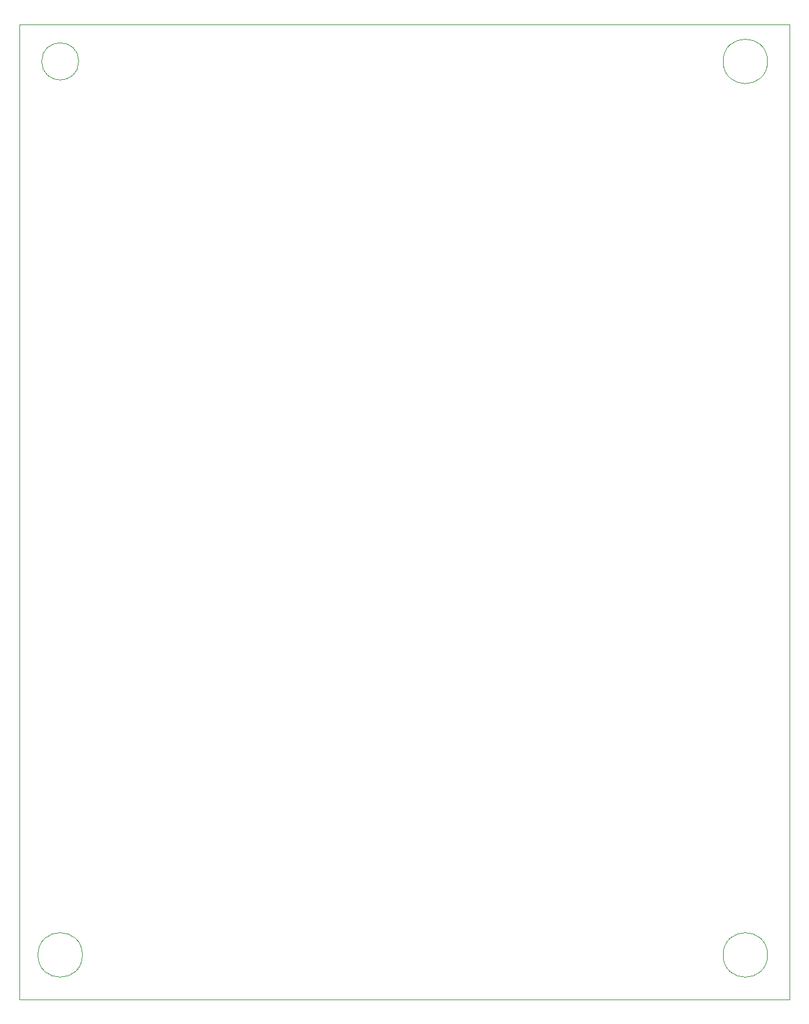
<source format=gbr>
%TF.GenerationSoftware,KiCad,Pcbnew,9.0.3*%
%TF.CreationDate,2025-08-08T14:41:56-05:00*%
%TF.ProjectId,baquelita,62617175-656c-4697-9461-2e6b69636164,rev?*%
%TF.SameCoordinates,Original*%
%TF.FileFunction,Profile,NP*%
%FSLAX46Y46*%
G04 Gerber Fmt 4.6, Leading zero omitted, Abs format (unit mm)*
G04 Created by KiCad (PCBNEW 9.0.3) date 2025-08-08 14:41:56*
%MOMM*%
%LPD*%
G01*
G04 APERTURE LIST*
%TA.AperFunction,Profile*%
%ADD10C,0.050000*%
%TD*%
G04 APERTURE END LIST*
D10*
X126000000Y-161000000D02*
G75*
G02*
X120000000Y-161000000I-3000000J0D01*
G01*
X120000000Y-161000000D02*
G75*
G02*
X126000000Y-161000000I3000000J0D01*
G01*
X33500000Y-161000000D02*
G75*
G02*
X27500000Y-161000000I-3000000J0D01*
G01*
X27500000Y-161000000D02*
G75*
G02*
X33500000Y-161000000I3000000J0D01*
G01*
X126000000Y-40500000D02*
G75*
G02*
X120000000Y-40500000I-3000000J0D01*
G01*
X120000000Y-40500000D02*
G75*
G02*
X126000000Y-40500000I3000000J0D01*
G01*
X33000000Y-40500000D02*
G75*
G02*
X28000000Y-40500000I-2500000J0D01*
G01*
X28000000Y-40500000D02*
G75*
G02*
X33000000Y-40500000I2500000J0D01*
G01*
X25000000Y-35500000D02*
X129000000Y-35500000D01*
X129000000Y-167000000D01*
X25000000Y-167000000D01*
X25000000Y-35500000D01*
M02*

</source>
